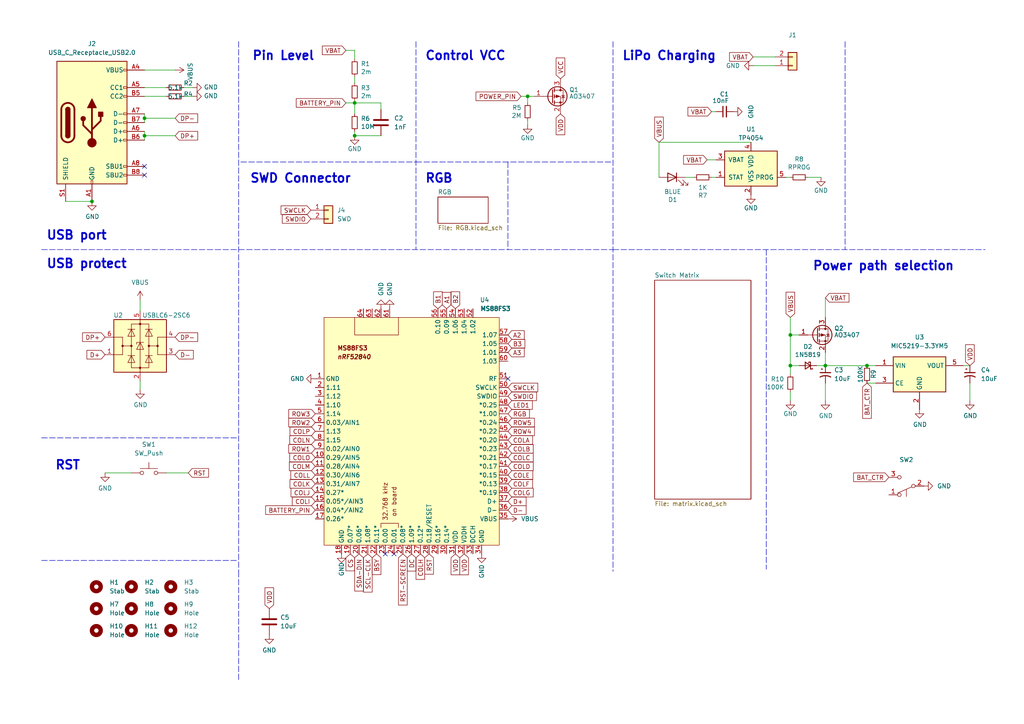
<source format=kicad_sch>
(kicad_sch (version 20211123) (generator eeschema)
  (paper "A4")
  (lib_symbols
    (symbol "Battery_Management:MCP73831-3-OT" (pin_names (offset 1.016))
      (property "Reference" "U" (at -7.62 6.35 0))
      (property "Value" "MCP73831-3-OT" (at 1.27 6.35 0))
      (symbol "MCP73831-3-OT_0_1"
        (rectangle (start -7.62 5.08) (end 7.62 -5.08) (stroke (width 0.254)) (fill (type background)))
      )
      (symbol "MCP73831-3-OT_1_1"
        (pin output line (at 10.16 -2.54 180) (length 2.54) (name "STAT") (number "1"))
        (pin power_in line (at 0 -7.62 90) (length 2.54) (name "VSS") (number "2"))
        (pin power_out line (at 10.16 2.54 180) (length 2.54) (name "VBAT") (number "3"))
        (pin power_in line (at 0 7.62 270) (length 2.54) (name "VDD") (number "4"))
        (pin input line (at -10.16 -2.54 0) (length 2.54) (name "PROG") (number "5"))
      )
    )
    (symbol "Connector:USB_C_Receptacle_USB2.0" (pin_names (offset 1.016))
      (property "Reference" "J" (at -10.16 19.05 0))
      (property "Value" "USB_C_Receptacle_USB2.0" (at 19.05 19.05 0))
      (symbol "USB_C_Receptacle_USB2.0_0_0"
        (rectangle (start -0.254 -17.78) (end 0.254 -16.764))
        (rectangle (start 10.16 -14.986) (end 9.144 -15.494))
        (rectangle (start 10.16 -12.446) (end 9.144 -12.954))
        (rectangle (start 10.16 -4.826) (end 9.144 -5.334))
        (rectangle (start 10.16 -2.286) (end 9.144 -2.794))
        (rectangle (start 10.16 0.254) (end 9.144 -0.254))
        (rectangle (start 10.16 2.794) (end 9.144 2.286))
        (rectangle (start 10.16 7.874) (end 9.144 7.366))
        (rectangle (start 10.16 10.414) (end 9.144 9.906))
        (rectangle (start 10.16 15.494) (end 9.144 14.986))
      )
      (symbol "USB_C_Receptacle_USB2.0_0_1"
        (rectangle (start -10.16 17.78) (end 10.16 -17.78) (stroke (width 0.254)) (fill (type background)))
        (arc (start -8.89 -3.81) (mid -6.985 -5.715) (end -5.08 -3.81) (stroke (width 0.508)))
        (arc (start -7.62 -3.81) (mid -6.985 -4.445) (end -6.35 -3.81) (stroke (width 0.254)))
        (arc (start -7.62 -3.81) (mid -6.985 -4.445) (end -6.35 -3.81) (stroke (width 0.254)) (fill (type outline)))
        (rectangle (start -7.62 -3.81) (end -6.35 3.81) (stroke (width 0.254)) (fill (type outline)))
        (arc (start -6.35 3.81) (mid -6.985 4.445) (end -7.62 3.81) (stroke (width 0.254)))
        (arc (start -6.35 3.81) (mid -6.985 4.445) (end -7.62 3.81) (stroke (width 0.254)) (fill (type outline)))
        (arc (start -5.08 3.81) (mid -6.985 5.715) (end -8.89 3.81) (stroke (width 0.508)))
        (circle (center -2.54 1.143) (radius 0.635) (stroke (width 0.254)) (fill (type outline)))
        (circle (center 0 -5.842) (radius 1.27) (fill (type outline)))
        (polyline (pts (xy -8.89 -3.81) (xy -8.89 3.81)) (stroke (width 0.508)))
        (polyline (pts (xy -5.08 3.81) (xy -5.08 -3.81)) (stroke (width 0.508)))
        (polyline (pts (xy 0 -5.842) (xy 0 4.318)) (stroke (width 0.508)))
        (polyline (pts (xy 0 -3.302) (xy -2.54 -0.762) (xy -2.54 0.508)) (stroke (width 0.508)))
        (polyline (pts (xy 0 -2.032) (xy 2.54 0.508) (xy 2.54 1.778)) (stroke (width 0.508)))
        (polyline (pts (xy -1.27 4.318) (xy 0 6.858) (xy 1.27 4.318) (xy -1.27 4.318)) (stroke (width 0.254)) (fill (type outline)))
        (rectangle (start 1.905 1.778) (end 3.175 3.048) (stroke (width 0.254)) (fill (type outline)))
      )
      (symbol "USB_C_Receptacle_USB2.0_1_1"
        (pin passive line (at 0 -22.86 90) (length 5.08) (name "GND") (number "A1"))
        (pin passive line (at 0 -22.86 90) (length 5.08) hide (name "GND") (number "A12"))
        (pin passive line (at 15.24 15.24 180) (length 5.08) (name "VBUS") (number "A4"))
        (pin bidirectional line (at 15.24 10.16 180) (length 5.08) (name "CC1") (number "A5"))
        (pin bidirectional line (at 15.24 -2.54 180) (length 5.08) (name "D+") (number "A6"))
        (pin bidirectional line (at 15.24 2.54 180) (length 5.08) (name "D-") (number "A7"))
        (pin bidirectional line (at 15.24 -12.7 180) (length 5.08) (name "SBU1") (number "A8"))
        (pin passive line (at 15.24 15.24 180) (length 5.08) hide (name "VBUS") (number "A9"))
        (pin passive line (at 0 -22.86 90) (length 5.08) hide (name "GND") (number "B1"))
        (pin passive line (at 0 -22.86 90) (length 5.08) hide (name "GND") (number "B12"))
        (pin passive line (at 15.24 15.24 180) (length 5.08) hide (name "VBUS") (number "B4"))
        (pin bidirectional line (at 15.24 7.62 180) (length 5.08) (name "CC2") (number "B5"))
        (pin bidirectional line (at 15.24 -5.08 180) (length 5.08) (name "D+") (number "B6"))
        (pin bidirectional line (at 15.24 0 180) (length 5.08) (name "D-") (number "B7"))
        (pin bidirectional line (at 15.24 -15.24 180) (length 5.08) (name "SBU2") (number "B8"))
        (pin passive line (at 15.24 15.24 180) (length 5.08) hide (name "VBUS") (number "B9"))
        (pin passive line (at -7.62 -22.86 90) (length 5.08) (name "SHIELD") (number "S1"))
      )
    )
    (symbol "Connector_Generic:Conn_01x02" (pin_names (offset 1.016) hide)
      (property "Reference" "J" (at 0 2.54 0))
      (property "Value" "Conn_01x02" (at 0 -5.08 0))
      (symbol "Conn_01x02_1_1"
        (rectangle (start -1.27 -2.413) (end 0 -2.667) (stroke (width 0.1524)))
        (rectangle (start -1.27 0.127) (end 0 -0.127) (stroke (width 0.1524)))
        (rectangle (start -1.27 1.27) (end 1.27 -3.81) (stroke (width 0.254)) (fill (type background)))
        (pin passive line (at -5.08 0 0) (length 3.81) (name "Pin_1") (number "1"))
        (pin passive line (at -5.08 -2.54 0) (length 3.81) (name "Pin_2") (number "2"))
      )
    )
    (symbol "Device:C" (pin_numbers hide) (pin_names (offset 0.254))
      (property "Reference" "C" (at 0.635 2.54 0))
      (property "Value" "C" (at 0.635 -2.54 0))
      (symbol "C_0_1"
        (polyline (pts (xy -2.032 -0.762) (xy 2.032 -0.762)) (stroke (width 0.508)))
        (polyline (pts (xy -2.032 0.762) (xy 2.032 0.762)) (stroke (width 0.508)))
      )
      (symbol "C_1_1"
        (pin passive line (at 0 3.81 270) (length 2.794) (name "~") (number "1"))
        (pin passive line (at 0 -3.81 90) (length 2.794) (name "~") (number "2"))
      )
    )
    (symbol "Device:C_Polarized_Small_US" (pin_numbers hide) (pin_names (offset 0.254) hide)
      (property "Reference" "C" (at 0.254 1.778 0))
      (property "Value" "C_Polarized_Small_US" (at 0.254 -2.032 0))
      (symbol "C_Polarized_Small_US_0_1"
        (polyline (pts (xy -1.524 0.508) (xy 1.524 0.508)) (stroke (width 0.3048)))
        (polyline (pts (xy -1.27 1.524) (xy -0.762 1.524)))
        (polyline (pts (xy -1.016 1.27) (xy -1.016 1.778)))
        (arc (start 1.524 -0.762) (mid 0 -0.3734) (end -1.524 -0.762) (stroke (width 0.3048)))
      )
      (symbol "C_Polarized_Small_US_1_1"
        (pin passive line (at 0 2.54 270) (length 2.032) (name "~") (number "1"))
        (pin passive line (at 0 -2.54 90) (length 2.032) (name "~") (number "2"))
      )
    )
    (symbol "Device:C_Small" (pin_numbers hide) (pin_names (offset 0.254) hide)
      (property "Reference" "C" (at 0.254 1.778 0))
      (property "Value" "C_Small" (at 0.254 -2.032 0))
      (symbol "C_Small_0_1"
        (polyline (pts (xy -1.524 -0.508) (xy 1.524 -0.508)) (stroke (width 0.3302)))
        (polyline (pts (xy -1.524 0.508) (xy 1.524 0.508)) (stroke (width 0.3048)))
      )
      (symbol "C_Small_1_1"
        (pin passive line (at 0 2.54 270) (length 2.032) (name "~") (number "1"))
        (pin passive line (at 0 -2.54 90) (length 2.032) (name "~") (number "2"))
      )
    )
    (symbol "Device:D_Schottky_Small" (pin_numbers hide) (pin_names (offset 0.254) hide)
      (property "Reference" "D" (at -1.27 2.032 0))
      (property "Value" "D_Schottky_Small" (at -7.112 -2.032 0))
      (symbol "D_Schottky_Small_0_1"
        (polyline (pts (xy -0.762 0) (xy 0.762 0)))
        (polyline (pts (xy 0.762 -1.016) (xy -0.762 0) (xy 0.762 1.016) (xy 0.762 -1.016)) (stroke (width 0.254)))
        (polyline (pts (xy -1.27 0.762) (xy -1.27 1.016) (xy -0.762 1.016) (xy -0.762 -1.016) (xy -0.254 -1.016) (xy -0.254 -0.762)) (stroke (width 0.254)))
      )
      (symbol "D_Schottky_Small_1_1"
        (pin passive line (at -2.54 0 0) (length 1.778) (name "K") (number "1"))
        (pin passive line (at 2.54 0 180) (length 1.778) (name "A") (number "2"))
      )
    )
    (symbol "Device:LED" (pin_numbers hide) (pin_names (offset 1.016) hide)
      (property "Reference" "D" (at 0 2.54 0))
      (property "Value" "LED" (at 0 -2.54 0))
      (symbol "LED_0_1"
        (polyline (pts (xy -1.27 -1.27) (xy -1.27 1.27)) (stroke (width 0.254)))
        (polyline (pts (xy -1.27 0) (xy 1.27 0)))
        (polyline (pts (xy 1.27 -1.27) (xy 1.27 1.27) (xy -1.27 0) (xy 1.27 -1.27)) (stroke (width 0.254)))
        (polyline (pts (xy -3.048 -0.762) (xy -4.572 -2.286) (xy -3.81 -2.286) (xy -4.572 -2.286) (xy -4.572 -1.524)))
        (polyline (pts (xy -1.778 -0.762) (xy -3.302 -2.286) (xy -2.54 -2.286) (xy -3.302 -2.286) (xy -3.302 -1.524)))
      )
      (symbol "LED_1_1"
        (pin passive line (at -3.81 0 0) (length 2.54) (name "K") (number "1"))
        (pin passive line (at 3.81 0 180) (length 2.54) (name "A") (number "2"))
      )
    )
    (symbol "Device:Q_PMOS_GSD" (pin_names (offset 0) hide)
      (property "Reference" "Q" (at 5.08 1.27 0))
      (property "Value" "Q_PMOS_GSD" (at 5.08 -1.27 0))
      (symbol "Q_PMOS_GSD_0_1"
        (polyline (pts (xy 0.254 0) (xy -2.54 0)))
        (polyline (pts (xy 0.254 1.905) (xy 0.254 -1.905)) (stroke (width 0.254)))
        (polyline (pts (xy 0.762 -1.27) (xy 0.762 -2.286)) (stroke (width 0.254)))
        (polyline (pts (xy 0.762 0.508) (xy 0.762 -0.508)) (stroke (width 0.254)))
        (polyline (pts (xy 0.762 2.286) (xy 0.762 1.27)) (stroke (width 0.254)))
        (polyline (pts (xy 2.54 2.54) (xy 2.54 1.778)))
        (polyline (pts (xy 2.54 -2.54) (xy 2.54 0) (xy 0.762 0)))
        (polyline (pts (xy 0.762 1.778) (xy 3.302 1.778) (xy 3.302 -1.778) (xy 0.762 -1.778)))
        (polyline (pts (xy 2.286 0) (xy 1.27 0.381) (xy 1.27 -0.381) (xy 2.286 0)) (fill (type outline)))
        (polyline (pts (xy 2.794 -0.508) (xy 2.921 -0.381) (xy 3.683 -0.381) (xy 3.81 -0.254)))
        (polyline (pts (xy 3.302 -0.381) (xy 2.921 0.254) (xy 3.683 0.254) (xy 3.302 -0.381)))
        (circle (center 1.651 0) (radius 2.794) (stroke (width 0.254)))
        (circle (center 2.54 -1.778) (radius 0.254) (fill (type outline)))
        (circle (center 2.54 1.778) (radius 0.254) (fill (type outline)))
      )
      (symbol "Q_PMOS_GSD_1_1"
        (pin input line (at -5.08 0 0) (length 2.54) (name "G") (number "1"))
        (pin passive line (at 2.54 -5.08 90) (length 2.54) (name "S") (number "2"))
        (pin passive line (at 2.54 5.08 270) (length 2.54) (name "D") (number "3"))
      )
    )
    (symbol "Device:R_Small" (pin_numbers hide) (pin_names (offset 0.254) hide)
      (property "Reference" "R" (at 0.762 0.508 0))
      (property "Value" "R_Small" (at 0.762 -1.016 0))
      (symbol "R_Small_0_1"
        (rectangle (start -0.762 1.778) (end 0.762 -1.778) (stroke (width 0.2032)))
      )
      (symbol "R_Small_1_1"
        (pin passive line (at 0 2.54 270) (length 0.762) (name "~") (number "1"))
        (pin passive line (at 0 -2.54 90) (length 0.762) (name "~") (number "2"))
      )
    )
    (symbol "Mechanical:MountingHole" (pin_names (offset 1.016))
      (property "Reference" "H" (at 0 5.08 0))
      (property "Value" "MountingHole" (at 0 3.175 0))
      (symbol "MountingHole_0_1"
        (circle (center 0 0) (radius 1.27) (stroke (width 1.27)))
      )
    )
    (symbol "Power_Protection:USBLC6-2SC6" (pin_names hide)
      (property "Reference" "U" (at 2.54 8.89 0))
      (property "Value" "USBLC6-2SC6" (at 2.54 -8.89 0))
      (symbol "USBLC6-2SC6_0_1"
        (rectangle (start -7.62 -7.62) (end 7.62 7.62) (stroke (width 0.254)) (fill (type background)))
        (circle (center -5.08 0) (radius 0.254) (fill (type outline)))
        (circle (center -2.54 0) (radius 0.254) (fill (type outline)))
        (rectangle (start -2.54 6.35) (end 2.54 -6.35))
        (circle (center 0 -6.35) (radius 0.254) (fill (type outline)))
        (polyline (pts (xy -5.08 -2.54) (xy -7.62 -2.54)))
        (polyline (pts (xy -5.08 0) (xy -5.08 -2.54)))
        (polyline (pts (xy -5.08 2.54) (xy -7.62 2.54)))
        (polyline (pts (xy -1.524 -2.794) (xy -3.556 -2.794)))
        (polyline (pts (xy -1.524 4.826) (xy -3.556 4.826)))
        (polyline (pts (xy 0 -7.62) (xy 0 -6.35)))
        (polyline (pts (xy 0 -6.35) (xy 0 1.27)))
        (polyline (pts (xy 0 1.27) (xy 0 6.35)))
        (polyline (pts (xy 0 6.35) (xy 0 7.62)))
        (polyline (pts (xy 1.524 -2.794) (xy 3.556 -2.794)))
        (polyline (pts (xy 1.524 4.826) (xy 3.556 4.826)))
        (polyline (pts (xy 5.08 -2.54) (xy 7.62 -2.54)))
        (polyline (pts (xy 5.08 0) (xy 5.08 -2.54)))
        (polyline (pts (xy 5.08 2.54) (xy 7.62 2.54)))
        (polyline (pts (xy -2.54 0) (xy -5.08 0) (xy -5.08 2.54)))
        (polyline (pts (xy 2.54 0) (xy 5.08 0) (xy 5.08 2.54)))
        (polyline (pts (xy -3.556 -4.826) (xy -1.524 -4.826) (xy -2.54 -2.794) (xy -3.556 -4.826)))
        (polyline (pts (xy -3.556 2.794) (xy -1.524 2.794) (xy -2.54 4.826) (xy -3.556 2.794)))
        (polyline (pts (xy -1.016 -1.016) (xy 1.016 -1.016) (xy 0 1.016) (xy -1.016 -1.016)))
        (polyline (pts (xy 1.016 1.016) (xy 0.762 1.016) (xy -1.016 1.016) (xy -1.016 0.508)))
        (polyline (pts (xy 3.556 -4.826) (xy 1.524 -4.826) (xy 2.54 -2.794) (xy 3.556 -4.826)))
        (polyline (pts (xy 3.556 2.794) (xy 1.524 2.794) (xy 2.54 4.826) (xy 3.556 2.794)))
        (circle (center 0 6.35) (radius 0.254) (fill (type outline)))
        (circle (center 2.54 0) (radius 0.254) (fill (type outline)))
        (circle (center 5.08 0) (radius 0.254) (fill (type outline)))
      )
      (symbol "USBLC6-2SC6_1_1"
        (pin passive line (at -10.16 -2.54 0) (length 2.54) (name "I/O1") (number "1"))
        (pin passive line (at 0 -10.16 90) (length 2.54) (name "GND") (number "2"))
        (pin passive line (at 10.16 -2.54 180) (length 2.54) (name "I/O2") (number "3"))
        (pin passive line (at 10.16 2.54 180) (length 2.54) (name "I/O2") (number "4"))
        (pin passive line (at 0 10.16 270) (length 2.54) (name "VBUS") (number "5"))
        (pin passive line (at -10.16 2.54 0) (length 2.54) (name "I/O1") (number "6"))
      )
    )
    (symbol "Regulator_Linear:XC6220B331MR"
      (property "Reference" "U" (at 0 8.89 0))
      (property "Value" "XC6220B331MR" (at 0 6.35 0))
      (symbol "XC6220B331MR_0_1"
        (rectangle (start -7.62 5.08) (end 7.62 -5.08) (stroke (width 0.254)) (fill (type background)))
      )
      (symbol "XC6220B331MR_1_1"
        (pin power_in line (at -12.7 2.54 0) (length 5.08) (name "VIN") (number "1"))
        (pin power_in line (at 0 -10.16 90) (length 5.08) (name "GND") (number "2"))
        (pin input line (at -12.7 -2.54 0) (length 5.08) (name "CE") (number "3"))
        (pin no_connect line (at 7.62 -2.54 180) (length 5.08) hide (name "NC") (number "4"))
        (pin power_out line (at 12.7 2.54 180) (length 5.08) (name "VOUT") (number "5"))
      )
    )
    (symbol "Switch:SW_Push" (pin_numbers hide) (pin_names (offset 1.016) hide)
      (property "Reference" "SW" (at 1.27 2.54 0))
      (property "Value" "SW_Push" (at 0 -1.524 0))
      (symbol "SW_Push_0_1"
        (circle (center -2.032 0) (radius 0.508))
        (polyline (pts (xy 0 1.27) (xy 0 3.048)))
        (polyline (pts (xy 2.54 1.27) (xy -2.54 1.27)))
        (circle (center 2.032 0) (radius 0.508))
        (pin passive line (at -5.08 0 0) (length 2.54) (name "1") (number "1"))
        (pin passive line (at 5.08 0 180) (length 2.54) (name "2") (number "2"))
      )
    )
    (symbol "Switch:SW_Push_SPDT" (pin_names (offset 0) hide)
      (property "Reference" "SW" (at 0 4.318 0))
      (property "Value" "SW_Push_SPDT" (at 0 -5.08 0))
      (symbol "SW_Push_SPDT_0_0"
        (circle (center -2.032 0) (radius 0.508))
        (polyline (pts (xy 0 1.016) (xy 0 3.048)))
        (circle (center 2.032 -2.54) (radius 0.508))
      )
      (symbol "SW_Push_SPDT_0_1"
        (polyline (pts (xy -1.524 0.254) (xy 2.54 2.032)))
        (circle (center 2.032 2.54) (radius 0.508))
      )
      (symbol "SW_Push_SPDT_1_1"
        (pin passive line (at 5.08 2.54 180) (length 2.54) (name "A") (number "1"))
        (pin passive line (at -5.08 0 0) (length 2.54) (name "B") (number "2"))
        (pin passive line (at 5.08 -2.54 180) (length 2.54) (name "C") (number "3"))
      )
    )
    (symbol "keeb_parts:R_Small" (pin_numbers hide) (pin_names (offset 0.254) hide)
      (property "Reference" "R" (at 0.762 0.508 0))
      (property "Value" "keeb_parts_R_Small" (at 0.762 -1.016 0))
      (symbol "R_Small_0_1"
        (rectangle (start -0.762 1.778) (end 0.762 -1.778) (stroke (width 0.2032)))
      )
      (symbol "R_Small_1_1"
        (pin passive line (at 0 2.54 270) (length 0.762) (name "~") (number "1"))
        (pin passive line (at 0 -2.54 90) (length 0.762) (name "~") (number "2"))
      )
    )
    (symbol "keeb_power:GND" (power) (pin_names (offset 0))
      (property "Value" "keeb_power_GND" (at 0 -3.81 0))
      (symbol "GND_0_1"
        (polyline (pts (xy 0 0) (xy 0 -1.27) (xy 1.27 -1.27) (xy 0 -2.54) (xy -1.27 -1.27) (xy 0 -1.27)))
      )
      (symbol "GND_1_1"
        (pin power_in line (at 0 0 270) (length 0) hide (name "GND") (number "1"))
      )
    )
    (symbol "keeb_power:VBUS" (power) (pin_names (offset 0))
      (property "Value" "keeb_power_VBUS" (at 0 3.81 0))
      (symbol "VBUS_0_1"
        (polyline (pts (xy -0.762 1.27) (xy 0 2.54)))
        (polyline (pts (xy 0 0) (xy 0 2.54)))
        (polyline (pts (xy 0 2.54) (xy 0.762 1.27)))
      )
      (symbol "VBUS_1_1"
        (pin power_in line (at 0 0 90) (length 0) hide (name "VBUS") (number "1"))
      )
    )
    (symbol "kien242:MS88FS3"
      (property "Reference" "U" (at 0 0 0))
      (property "Value" "MS88FS3" (at 0 2.54 0))
      (symbol "MS88FS3_0_0"
        (polyline (pts (xy -16.51 33.02) (xy -16.51 27.94) (xy -3.81 27.94) (xy -3.81 33.02)))
        (polyline (pts (xy -8.89 -27.94) (xy -8.89 -26.67) (xy -3.81 -26.67) (xy -3.81 -27.94)))
        (text "32.768 kHz" (at -7.62 -20.32 900) (effects (font (size 1.27 1.27))))
        (text "MS88FS3" (at -21.59 24.13 0) (effects (font (size 1.27 1.27) bold) (justify left)))
        (text "nRF52840" (at -21.59 21.59 0) (effects (font (size 1.27 1.27) bold italic) (justify left)))
        (text "on board" (at -5.08 -20.32 900) (effects (font (size 1.27 1.27))))
      )
      (symbol "MS88FS3_0_1"
        (rectangle (start -25.4 33.02) (end 25.4 -33.02) (fill (type background)))
      )
      (symbol "MS88FS3_1_1"
        (pin input line (at -27.94 15.24 0) (length 2.54) (name "GND") (number "1"))
        (pin input line (at -27.94 -7.62 0) (length 2.54) (name "0.29/AIN5") (number "10"))
        (pin input line (at -27.94 -10.16 0) (length 2.54) (name "0.28/AIN4") (number "11"))
        (pin input line (at -27.94 -12.7 0) (length 2.54) (name "0.30/AIN6") (number "12"))
        (pin input line (at -27.94 -15.24 0) (length 2.54) (name "0.31/AIN7") (number "13"))
        (pin input line (at -27.94 -17.78 0) (length 2.54) (name "0.27*") (number "14"))
        (pin input line (at -27.94 -20.32 0) (length 2.54) (name "0.05*/AIN3") (number "15"))
        (pin input line (at -27.94 -22.86 0) (length 2.54) (name "0.04*/AIN2") (number "16"))
        (pin input line (at -27.94 -25.4 0) (length 2.54) (name "0.26*") (number "17"))
        (pin input line (at -20.32 -35.56 90) (length 2.54) (name "GND") (number "18"))
        (pin input line (at -17.78 -35.56 90) (length 2.54) (name "0.07*") (number "19"))
        (pin input line (at -27.94 12.7 0) (length 2.54) (name "1.11") (number "2"))
        (pin input line (at -15.24 -35.56 90) (length 2.54) (name "0.06*") (number "20"))
        (pin input line (at -12.7 -35.56 90) (length 2.54) (name "1.08*") (number "21"))
        (pin input line (at -10.16 -35.56 90) (length 2.54) (name "0.11*") (number "22"))
        (pin input line (at -7.62 -35.56 90) (length 2.54) (name "0.00") (number "23"))
        (pin input line (at -5.08 -35.56 90) (length 2.54) (name "0.01") (number "24"))
        (pin input line (at -2.54 -35.56 90) (length 2.54) (name "0.08*") (number "25"))
        (pin input line (at 0 -35.56 90) (length 2.54) (name "1.09*") (number "26"))
        (pin input line (at 2.54 -35.56 90) (length 2.54) (name "0.12*") (number "27"))
        (pin input line (at 5.08 -35.56 90) (length 2.54) (name "0.18/RESET") (number "28"))
        (pin input line (at 7.62 -35.56 90) (length 2.54) (name "0.16*") (number "29"))
        (pin input line (at -27.94 10.16 0) (length 2.54) (name "1.12") (number "3"))
        (pin input line (at 10.16 -35.56 90) (length 2.54) (name "0.14*") (number "30"))
        (pin input line (at 12.7 -35.56 90) (length 2.54) (name "VDD") (number "31"))
        (pin input line (at 15.24 -35.56 90) (length 2.54) (name "VDDH") (number "32"))
        (pin input line (at 17.78 -35.56 90) (length 2.54) (name "DCCH") (number "33"))
        (pin input line (at 20.32 -35.56 90) (length 2.54) (name "GND") (number "34"))
        (pin input line (at 27.94 -25.4 180) (length 2.54) (name "VBUS") (number "35"))
        (pin input line (at 27.94 -22.86 180) (length 2.54) (name "D-") (number "36"))
        (pin input line (at 27.94 -20.32 180) (length 2.54) (name "D+") (number "37"))
        (pin input line (at 27.94 -17.78 180) (length 2.54) (name "*0.19") (number "38"))
        (pin input line (at 27.94 -15.24 180) (length 2.54) (name "*0.13") (number "39"))
        (pin input line (at -27.94 7.62 0) (length 2.54) (name "1.10") (number "4"))
        (pin input line (at 27.94 -12.7 180) (length 2.54) (name "*0.15") (number "40"))
        (pin input line (at 27.94 -10.16 180) (length 2.54) (name "*0.17") (number "41"))
        (pin input line (at 27.94 -7.62 180) (length 2.54) (name "*0.21") (number "42"))
        (pin input line (at 27.94 -5.08 180) (length 2.54) (name "*0.23") (number "43"))
        (pin input line (at 27.94 -2.54 180) (length 2.54) (name "*0.20") (number "44"))
        (pin input line (at 27.94 0 180) (length 2.54) (name "*0.22") (number "45"))
        (pin input line (at 27.94 2.54 180) (length 2.54) (name "*0.24") (number "46"))
        (pin input line (at 27.94 5.08 180) (length 2.54) (name "*1.00") (number "47"))
        (pin input line (at 27.94 7.62 180) (length 2.54) (name "*0.25") (number "48"))
        (pin input line (at 27.94 10.16 180) (length 2.54) (name "SWDIO") (number "49"))
        (pin input line (at -27.94 5.08 0) (length 2.54) (name "1.14") (number "5"))
        (pin input line (at 27.94 12.7 180) (length 2.54) (name "SWCLK") (number "50"))
        (pin input line (at 27.94 15.24 180) (length 2.54) (name "RF") (number "51"))
        (pin input line (at 17.78 35.56 270) (length 2.54) (name "1.02") (number "52"))
        (pin input line (at 15.24 35.56 270) (length 2.54) (name "1.04") (number "53"))
        (pin input line (at 12.7 35.56 270) (length 2.54) (name "1.06") (number "54"))
        (pin input line (at 10.16 35.56 270) (length 2.54) (name "0.09") (number "55"))
        (pin input line (at 7.62 35.56 270) (length 2.54) (name "0.10") (number "56"))
        (pin input line (at 27.94 27.94 180) (length 2.54) (name "1.07") (number "57"))
        (pin input line (at 27.94 25.4 180) (length 2.54) (name "1.05") (number "58"))
        (pin input line (at 27.94 22.86 180) (length 2.54) (name "1.01") (number "59"))
        (pin input line (at -27.94 2.54 0) (length 2.54) (name "0.03/AIN1") (number "6"))
        (pin input line (at 27.94 20.32 180) (length 2.54) (name "1.03") (number "60"))
        (pin input line (at -6.35 35.56 270) (length 2.54) (name "") (number "61"))
        (pin input line (at -8.89 35.56 270) (length 2.54) (name "") (number "62"))
        (pin input line (at -11.43 35.56 270) (length 2.54) (name "") (number "63"))
        (pin input line (at -13.97 35.56 270) (length 2.54) (name "") (number "64"))
        (pin input line (at -27.94 0 0) (length 2.54) (name "1.13") (number "7"))
        (pin input line (at -27.94 -2.54 0) (length 2.54) (name "1.15") (number "8"))
        (pin input line (at -27.94 -5.08 0) (length 2.54) (name "0.02/AIN0") (number "9"))
      )
    )
    (symbol "power:GND" (power) (pin_names (offset 0))
      (property "Value" "GND" (at 0 -3.81 0))
      (symbol "GND_0_1"
        (polyline (pts (xy 0 0) (xy 0 -1.27) (xy 1.27 -1.27) (xy 0 -2.54) (xy -1.27 -1.27) (xy 0 -1.27)))
      )
      (symbol "GND_1_1"
        (pin power_in line (at 0 0 270) (length 0) hide (name "GND") (number "1"))
      )
    )
    (symbol "power:VBUS" (power) (pin_names (offset 0))
      (property "Value" "VBUS" (at 0 3.81 0))
      (symbol "VBUS_0_1"
        (polyline (pts (xy -0.762 1.27) (xy 0 2.54)))
        (polyline (pts (xy 0 0) (xy 0 2.54)))
        (polyline (pts (xy 0 2.54) (xy 0.762 1.27)))
      )
      (symbol "VBUS_1_1"
        (pin power_in line (at 0 0 90) (length 0) hide (name "VBUS") (number "1"))
      )
    )
  )
  (junction (at 251.46 106.045))
  (junction (at 26.67 58.42))
  (junction (at 102.87 29.845) (diameter 0.9144))
  (junction (at 41.91 39.37))
  (junction (at 239.395 106.045) (diameter 0.9144))
  (junction (at 102.87 39.37))
  (junction (at 229.235 97.155) (diameter 0.9144))
  (junction (at 41.91 34.29))
  (junction (at 153.035 27.94) (diameter 0.9144))
  (junction (at 229.235 106.045) (diameter 0.9144))
  (no_connect (at 114.3 160.655))
  (no_connect (at 111.76 160.655))
  (no_connect (at 41.91 48.26))
  (no_connect (at 41.91 50.8))
  (no_connect (at 147.32 109.855))
  (wire (pts (xy 53.34 25.4) (xy 55.88 25.4)))
  (wire (pts (xy 153.035 29.845) (xy 153.035 27.94)))
  (wire (pts (xy 102.87 39.37) (xy 102.87 38.1)))
  (wire (pts (xy 229.235 92.075) (xy 229.235 97.155)))
  (wire (pts (xy 30.48 137.16) (xy 38.1 137.16)))
  (wire (pts (xy 50.8 20.32) (xy 41.91 20.32)))
  (wire (pts (xy 110.49 31.75) (xy 110.49 29.845)))
  (wire (pts (xy 41.91 33.02) (xy 41.91 34.29)))
  (wire (pts (xy 19.05 58.42) (xy 26.67 58.42)))
  (wire (pts (xy 227.965 51.435) (xy 229.235 51.435)))
  (polyline (pts (xy 120.65 12.065) (xy 120.65 72.39)))
  (wire (pts (xy 279.4 106.045) (xy 281.305 106.045)))
  (wire (pts (xy 239.395 102.235) (xy 239.395 106.045)))
  (wire (pts (xy 102.87 39.37) (xy 110.49 39.37)))
  (wire (pts (xy 54.61 137.16) (xy 48.26 137.16)))
  (polyline (pts (xy 12.065 162.56) (xy 68.58 162.56)))
  (polyline (pts (xy 177.8 72.39) (xy 285.75 72.39)))
  (polyline (pts (xy 222.25 72.39) (xy 222.25 165.1)))
  (wire (pts (xy 153.035 36.195) (xy 153.035 34.925)))
  (polyline (pts (xy 69.215 165.735) (xy 69.215 197.485)))
  (wire (pts (xy 41.91 39.37) (xy 41.91 40.64)))
  (wire (pts (xy 251.46 111.125) (xy 254 111.125)))
  (wire (pts (xy 229.235 108.585) (xy 229.235 106.045)))
  (wire (pts (xy 251.46 106.045) (xy 254 106.045)))
  (wire (pts (xy 50.8 34.29) (xy 41.91 34.29)))
  (wire (pts (xy 153.035 27.94) (xy 154.94 27.94)))
  (wire (pts (xy 40.64 113.03) (xy 40.64 110.49)))
  (wire (pts (xy 229.235 106.045) (xy 231.775 106.045)))
  (wire (pts (xy 205.105 46.355) (xy 207.645 46.355)))
  (polyline (pts (xy 245.11 12.065) (xy 245.11 72.39)))
  (wire (pts (xy 206.375 32.385) (xy 207.645 32.385)))
  (wire (pts (xy 110.49 29.845) (xy 102.87 29.845)))
  (wire (pts (xy 191.135 41.275) (xy 191.135 51.435)))
  (wire (pts (xy 229.235 106.045) (xy 229.235 97.155)))
  (polyline (pts (xy 69.215 12.065) (xy 69.215 165.735)))
  (wire (pts (xy 239.395 86.36) (xy 239.395 92.075)))
  (wire (pts (xy 102.87 29.845) (xy 102.87 33.02)))
  (polyline (pts (xy 12.065 72.39) (xy 69.215 72.39)))
  (wire (pts (xy 151.13 27.94) (xy 153.035 27.94)))
  (wire (pts (xy 234.315 51.435) (xy 238.125 51.435)))
  (wire (pts (xy 229.235 116.205) (xy 229.235 113.665)))
  (wire (pts (xy 100.33 29.845) (xy 102.87 29.845)))
  (wire (pts (xy 40.64 86.995) (xy 40.64 90.17)))
  (wire (pts (xy 41.91 39.37) (xy 50.8 39.37)))
  (wire (pts (xy 41.91 38.1) (xy 41.91 39.37)))
  (wire (pts (xy 102.87 29.21) (xy 102.87 29.845)))
  (polyline (pts (xy 69.215 72.39) (xy 177.8 72.39)))
  (polyline (pts (xy 69.85 46.99) (xy 120.65 46.99)))
  (wire (pts (xy 236.855 106.045) (xy 239.395 106.045)))
  (polyline (pts (xy 147.32 46.99) (xy 147.32 72.39)))
  (wire (pts (xy 218.44 16.51) (xy 224.79 16.51)))
  (wire (pts (xy 198.755 51.435) (xy 201.295 51.435)))
  (wire (pts (xy 239.395 116.205) (xy 239.395 111.125)))
  (wire (pts (xy 41.91 34.29) (xy 41.91 35.56)))
  (wire (pts (xy 100.33 14.605) (xy 102.87 14.605)))
  (polyline (pts (xy 120.65 46.99) (xy 177.8 46.99)))
  (wire (pts (xy 239.395 106.045) (xy 251.46 106.045)))
  (wire (pts (xy 229.235 97.155) (xy 231.775 97.155)))
  (polyline (pts (xy 12.065 127) (xy 69.215 127)))
  (wire (pts (xy 41.91 27.94) (xy 48.26 27.94)))
  (wire (pts (xy 218.44 19.05) (xy 224.79 19.05)))
  (polyline (pts (xy 177.8 12.065) (xy 177.8 165.735)))
  (wire (pts (xy 281.305 116.205) (xy 281.305 111.125)))
  (wire (pts (xy 102.87 22.225) (xy 102.87 24.13)))
  (wire (pts (xy 41.91 25.4) (xy 48.26 25.4)))
  (wire (pts (xy 102.87 14.605) (xy 102.87 17.145)))
  (wire (pts (xy 191.135 41.275) (xy 217.805 41.275)))
  (wire (pts (xy 55.88 27.94) (xy 53.34 27.94)))
  (wire (pts (xy 206.375 51.435) (xy 207.645 51.435)))
  (text "Power path selection" (at 235.585 78.74 0) (effects (font (size 2.54 2.54) (thickness 0.508) bold) (justify left bottom)))
  (text "USB protect\n" (at 13.335 78.105 0) (effects (font (size 2.54 2.54) (thickness 0.508) bold) (justify left bottom)))
  (text "LiPo Charging\n" (at 180.34 17.78 0) (effects (font (size 2.54 2.54) (thickness 0.508) bold) (justify left bottom)))
  (text "RST" (at 15.875 136.525 0) (effects (font (size 2.54 2.54) (thickness 0.508) bold) (justify left bottom)))
  (text "Control VCC\n" (at 123.19 17.78 0) (effects (font (size 2.54 2.54) (thickness 0.508) bold) (justify left bottom)))
  (text "RGB" (at 123.19 53.34 0) (effects (font (size 2.54 2.54) (thickness 0.508) bold) (justify left bottom)))
  (text "USB port\n" (at 13.335 69.85 0) (effects (font (size 2.54 2.54) (thickness 0.508) bold) (justify left bottom)))
  (text "Pin Level" (at 73.025 17.78 0) (effects (font (size 2.54 2.54) (thickness 0.508) bold) (justify left bottom)))
  (text "SWD Connector" (at 72.39 53.34 0) (effects (font (size 2.54 2.54) (thickness 0.508) bold) (justify left bottom)))
  (global_label "VBUS" (shape input) (at 191.135 41.275 90) (property "Intersheet References" "${INTERSHEET_REFS}" (effects hide)))
  (global_label "BAT_CTR" (shape input) (at 251.46 111.125 270) (property "Intersheet References" "${INTERSHEET_REFS}" (effects hide)))
  (global_label "SDA-DIN" (shape input) (at 104.14 160.655 270) (property "Intersheet References" "${INTERSHEET_REFS}" (effects hide)))
  (global_label "SCL-CLK" (shape input) (at 106.68 160.655 270) (property "Intersheet References" "${INTERSHEET_REFS}" (effects hide)))
  (global_label "VDD" (shape input) (at 134.62 160.655 270) (property "Intersheet References" "${INTERSHEET_REFS}" (effects hide)))
  (global_label "VBAT" (shape input) (at 206.375 32.385 180) (property "Intersheet References" "${INTERSHEET_REFS}" (effects hide)))
  (global_label "DP-" (shape input) (at 50.8 97.79 0) (property "Intersheet References" "${INTERSHEET_REFS}" (effects hide)))
  (global_label "VDD" (shape input) (at 78.105 176.53 90) (property "Intersheet References" "${INTERSHEET_REFS}" (effects hide)))
  (global_label "VBAT" (shape input) (at 218.44 16.51 180) (property "Intersheet References" "${INTERSHEET_REFS}" (effects hide)))
  (global_label "BAT_CTR" (shape input) (at 257.81 138.43 180) (property "Intersheet References" "${INTERSHEET_REFS}" (effects hide)))
  (global_label "ROW1" (shape input) (at 91.44 130.175 180) (property "Intersheet References" "${INTERSHEET_REFS}" (effects hide)))
  (global_label "A2" (shape input) (at 147.32 97.155 0) (property "Intersheet References" "${INTERSHEET_REFS}" (effects hide)))
  (global_label "LED1" (shape input) (at 147.32 117.475 0) (property "Intersheet References" "${INTERSHEET_REFS}" (effects hide)))
  (global_label "D-" (shape input) (at 147.32 147.955 0) (property "Intersheet References" "${INTERSHEET_REFS}" (effects hide)))
  (global_label "SWDIO" (shape input) (at 90.17 63.5 180) (property "Intersheet References" "${INTERSHEET_REFS}" (effects hide)))
  (global_label "BATTERY_PIN" (shape input) (at 100.33 29.845 180) (property "Intersheet References" "${INTERSHEET_REFS}" (effects hide)))
  (global_label "D+" (shape input) (at 30.48 102.87 180) (property "Intersheet References" "${INTERSHEET_REFS}" (effects hide)))
  (global_label "COLG" (shape input) (at 147.32 142.875 0) (property "Intersheet References" "${INTERSHEET_REFS}" (effects hide)))
  (global_label "COLC" (shape input) (at 147.32 132.715 0) (property "Intersheet References" "${INTERSHEET_REFS}" (effects hide)))
  (global_label "VCC" (shape input) (at 162.56 22.86 90) (property "Intersheet References" "${INTERSHEET_REFS}" (effects hide)))
  (global_label "BATTERY_PIN" (shape input) (at 91.44 147.955 180) (property "Intersheet References" "${INTERSHEET_REFS}" (effects hide)))
  (global_label "SWCLK" (shape input) (at 90.17 60.96 180) (property "Intersheet References" "${INTERSHEET_REFS}" (effects hide)))
  (global_label "COLL" (shape input) (at 91.44 137.795 180) (property "Intersheet References" "${INTERSHEET_REFS}" (effects hide)))
  (global_label "VDD" (shape input) (at 132.08 160.655 270) (property "Intersheet References" "${INTERSHEET_REFS}" (effects hide)))
  (global_label "DP+" (shape input) (at 30.48 97.79 180) (property "Intersheet References" "${INTERSHEET_REFS}" (effects hide)))
  (global_label "COLE" (shape input) (at 147.32 137.795 0) (property "Intersheet References" "${INTERSHEET_REFS}" (effects hide)))
  (global_label "VDD" (shape input) (at 281.305 106.045 90) (property "Intersheet References" "${INTERSHEET_REFS}" (effects hide)))
  (global_label "DC" (shape input) (at 119.38 160.655 270) (property "Intersheet References" "${INTERSHEET_REFS}" (effects hide)))
  (global_label "D-" (shape input) (at 50.8 102.87 0) (property "Intersheet References" "${INTERSHEET_REFS}" (effects hide)))
  (global_label "COLF" (shape input) (at 147.32 140.335 0) (property "Intersheet References" "${INTERSHEET_REFS}" (effects hide)))
  (global_label "COLP" (shape input) (at 91.44 125.095 180) (property "Intersheet References" "${INTERSHEET_REFS}" (effects hide)))
  (global_label "COLM" (shape input) (at 91.44 135.255 180) (property "Intersheet References" "${INTERSHEET_REFS}" (effects hide)))
  (global_label "VBAT" (shape input) (at 239.395 86.36 0) (property "Intersheet References" "${INTERSHEET_REFS}" (effects hide)))
  (global_label "POWER_PIN" (shape input) (at 151.13 27.94 180) (property "Intersheet References" "${INTERSHEET_REFS}" (effects hide)))
  (global_label "COLJ" (shape input) (at 91.44 142.875 180) (property "Intersheet References" "${INTERSHEET_REFS}" (effects hide)))
  (global_label "ROW2" (shape input) (at 91.44 122.555 180) (property "Intersheet References" "${INTERSHEET_REFS}" (effects hide)))
  (global_label "RST" (shape input) (at 54.61 137.16 0) (property "Intersheet References" "${INTERSHEET_REFS}" (effects hide)))
  (global_label "VBAT" (shape input) (at 205.105 46.355 180) (property "Intersheet References" "${INTERSHEET_REFS}" (effects hide)))
  (global_label "COLA" (shape input) (at 147.32 127.635 0) (property "Intersheet References" "${INTERSHEET_REFS}" (effects hide)))
  (global_label "COLD" (shape input) (at 147.32 135.255 0) (property "Intersheet References" "${INTERSHEET_REFS}" (effects hide)))
  (global_label "VBUS" (shape input) (at 229.235 92.075 90) (property "Intersheet References" "${INTERSHEET_REFS}" (effects hide)))
  (global_label "COLN" (shape input) (at 91.44 127.635 180) (property "Intersheet References" "${INTERSHEET_REFS}" (effects hide)))
  (global_label "ROW5" (shape input) (at 147.32 122.555 0) (property "Intersheet References" "${INTERSHEET_REFS}" (effects hide)))
  (global_label "COLK" (shape input) (at 91.44 140.335 180) (property "Intersheet References" "${INTERSHEET_REFS}" (effects hide)))
  (global_label "DP-" (shape input) (at 50.8 34.29 0) (property "Intersheet References" "${INTERSHEET_REFS}" (effects hide)))
  (global_label "RST" (shape input) (at 124.46 160.655 270) (property "Intersheet References" "${INTERSHEET_REFS}" (effects hide)))
  (global_label "SWCLK" (shape input) (at 147.32 112.395 0) (property "Intersheet References" "${INTERSHEET_REFS}" (effects hide)))
  (global_label "ROW3" (shape input) (at 91.44 120.015 180) (property "Intersheet References" "${INTERSHEET_REFS}" (effects hide)))
  (global_label "DP+" (shape input) (at 50.8 39.37 0) (property "Intersheet References" "${INTERSHEET_REFS}" (effects hide)))
  (global_label "B3" (shape input) (at 147.32 99.695 0) (property "Intersheet References" "${INTERSHEET_REFS}" (effects hide)))
  (global_label "RGB" (shape input) (at 147.32 120.015 0) (property "Intersheet References" "${INTERSHEET_REFS}" (effects hide)))
  (global_label "BSY" (shape input) (at 109.22 160.655 270) (property "Intersheet References" "${INTERSHEET_REFS}" (effects hide)))
  (global_label "A3" (shape input) (at 147.32 102.235 0) (property "Intersheet References" "${INTERSHEET_REFS}" (effects hide)))
  (global_label "CS" (shape input) (at 101.6 160.655 270) (property "Intersheet References" "${INTERSHEET_REFS}" (effects hide)))
  (global_label "RST-SCREEN" (shape input) (at 116.84 160.655 270) (property "Intersheet References" "${INTERSHEET_REFS}" (effects hide)))
  (global_label "A1" (shape input) (at 129.54 89.535 90) (property "Intersheet References" "${INTERSHEET_REFS}" (effects hide)))
  (global_label "COLO" (shape input) (at 91.44 132.715 180) (property "Intersheet References" "${INTERSHEET_REFS}" (effects hide)))
  (global_label "COLB" (shape input) (at 147.32 130.175 0) (property "Intersheet References" "${INTERSHEET_REFS}" (effects hide)))
  (global_label "B2" (shape input) (at 132.08 89.535 90) (property "Intersheet References" "${INTERSHEET_REFS}" (effects hide)))
  (global_label "SWDIO" (shape input) (at 147.32 114.935 0) (property "Intersheet References" "${INTERSHEET_REFS}" (effects hide)))
  (global_label "COLI" (shape input) (at 91.44 145.415 180) (property "Intersheet References" "${INTERSHEET_REFS}" (effects hide)))
  (global_label "COLH" (shape input) (at 121.92 160.655 270) (property "Intersheet References" "${INTERSHEET_REFS}" (effects hide)))
  (global_label "VDD" (shape input) (at 162.56 33.02 270) (property "Intersheet References" "${INTERSHEET_REFS}" (effects hide)))
  (global_label "ROW4" (shape input) (at 147.32 125.095 0) (property "Intersheet References" "${INTERSHEET_REFS}" (effects hide)))
  (global_label "B1" (shape input) (at 127 89.535 90) (property "Intersheet References" "${INTERSHEET_REFS}" (effects hide)))
  (global_label "VBAT" (shape input) (at 100.33 14.605 180) (property "Intersheet References" "${INTERSHEET_REFS}" (effects hide)))
  (global_label "D+" (shape input) (at 147.32 145.415 0) (property "Intersheet References" "${INTERSHEET_REFS}" (effects hide)))
  (symbol (lib_id "Connector_Generic:Conn_01x02") (at 95.25 60.96 0) (unit 1)
    (property "Reference" "J4" (at 97.79 60.9599 0) (effects (justify left)))
    (property "Value" "SWD" (at 97.79 63.4999 0) (effects (justify left)))
    (property "Footprint" "Library:SWD_Connector" (effects hide))
  )
  (symbol (lib_id "Mechanical:MountingHole") (at 27.94 170.18 0) (unit 1)
    (property "Reference" "H1" (at 31.75 168.9099 0) (effects (justify left)))
    (property "Value" "Stab" (at 31.75 171.4499 0) (effects (justify left)))
    (property "Footprint" "kien242:Stab" (effects hide))
  )
  (symbol (lib_id "power:GND") (at 99.06 160.655 0) (unit 1)
    (property "Reference" "#PWR025" (effects hide))
    (property "Value" "GND" (at 99.06 165.1 90))
  )
  (symbol (lib_id "keeb_parts:R_Small") (at 50.8 25.4 90) (mirror x) (unit 1)
    (property "Reference" "R2" (at 54.61 24.13 90))
    (property "Value" "5.1k" (at 50.8 25.4 90))
    (property "Footprint" "Resistor_SMD:R_0603_1608Metric_Pad0.98x0.95mm_HandSolder" (effects hide))
  )
  (symbol (lib_id "Connector:USB_C_Receptacle_USB2.0") (at 26.67 35.56 0) (unit 1)
    (property "Reference" "J2" (at 26.67 12.7 0))
    (property "Value" "USB_C_Receptacle_USB2.0" (at 26.67 15.24 0))
    (property "Footprint" "kien242:USB-C-16pin-hight-v2" (effects hide))
    (property "Datasheet" "https://www.usb.org/sites/default/files/documents/usb_type-c.zip" (effects hide))
  )
  (symbol (lib_id "Device:LED") (at 194.945 51.435 0) (mirror y) (unit 1)
    (property "Reference" "D1" (at 195.1228 57.912 0))
    (property "Value" "BLUE" (at 195.1228 55.6006 0))
    (property "Footprint" "kien242:LED6028-3228-2pin" (effects hide))
    (property "LCSC Part Number" "C375446" (effects hide))
    (property "LCSC" "C375446" (effects hide))
  )
  (symbol (lib_id "Device:C_Polarized_Small_US") (at 281.305 108.585 0) (unit 1)
    (property "Reference" "C4" (at 284.48 107.3149 0) (effects (justify left)))
    (property "Value" "10uF" (at 284.48 109.8549 0) (effects (justify left)))
    (property "Footprint" "Capacitor_Tantalum_SMD:CP_EIA-3216-12_Kemet-S_Pad1.58x1.35mm_HandSolder" (effects hide))
  )
  (symbol (lib_id "keeb_parts:R_Small") (at 50.8 27.94 270) (unit 1)
    (property "Reference" "R4" (at 54.61 27.305 90))
    (property "Value" "5.1k" (at 50.8 27.94 90))
    (property "Footprint" "Resistor_SMD:R_0603_1608Metric_Pad0.98x0.95mm_HandSolder" (effects hide))
  )
  (symbol (lib_id "Mechanical:MountingHole") (at 27.94 176.53 0) (unit 1)
    (property "Reference" "H7" (at 31.75 175.2599 0) (effects (justify left)))
    (property "Value" "Hole" (at 31.75 177.7999 0) (effects (justify left)))
    (property "Footprint" "MountingHole:MountingHole_2.5mm_Pad_Via" (effects hide))
  )
  (symbol (lib_id "Mechanical:MountingHole") (at 49.53 170.18 0) (unit 1)
    (property "Reference" "H3" (at 53.34 168.9099 0) (effects (justify left)))
    (property "Value" "Stab" (at 53.34 171.4499 0) (effects (justify left)))
    (property "Footprint" "kien242:Stab" (effects hide))
  )
  (symbol (lib_id "Switch:SW_Push_SPDT") (at 262.89 140.97 180) (unit 1)
    (property "Reference" "SW2" (at 262.89 133.35 0))
    (property "Value" " " (at 262.89 135.89 0))
    (property "Footprint" "kien242:MSS22D18" (effects hide))
  )
  (symbol (lib_id "power:GND") (at 91.44 109.855 270) (unit 1)
    (property "Reference" "#PWR016" (effects hide))
    (property "Value" "GND" (at 88.265 109.8549 90) (effects (justify right)))
  )
  (symbol (lib_id "Switch:SW_Push") (at 43.18 137.16 0) (unit 1)
    (property "Reference" "SW1" (at 43.18 128.905 0))
    (property "Value" "SW_Push" (at 43.18 131.445 0))
    (property "Footprint" "Button_Switch_SMD:SW_SPST_TL3342" (effects hide))
  )
  (symbol (lib_id "keeb_power:GND") (at 40.64 113.03 0) (unit 1)
    (property "Reference" "#PWR017" (effects hide))
    (property "Value" "GND" (at 40.767 117.4242 0))
  )
  (symbol (lib_id "kien242:MS88FS3") (at 119.38 125.095 0) (unit 1)
    (property "Reference" "U4" (at 139.1794 86.995 0) (effects (justify left)))
    (property "Value" "MS88FS3" (at 139.1794 89.535 0) (effects (font bold) (justify left)))
    (property "Footprint" "kien242:MS88SF3-nRF52840" (effects hide))
  )
  (symbol (lib_id "power:GND") (at 30.48 137.16 0) (unit 1)
    (property "Reference" "#PWR022" (effects hide))
    (property "Value" "GND" (at 30.48 141.605 0))
  )
  (symbol (lib_id "Mechanical:MountingHole") (at 49.53 176.53 0) (unit 1)
    (property "Reference" "H9" (at 53.34 175.2599 0) (effects (justify left)))
    (property "Value" "Hole" (at 53.34 177.7999 0) (effects (justify left)))
    (property "Footprint" "MountingHole:MountingHole_2.5mm_Pad_Via" (effects hide))
  )
  (symbol (lib_id "power:GND") (at 218.44 19.05 270) (unit 1)
    (property "Reference" "#PWR01" (effects hide))
    (property "Value" "GND" (at 214.63 19.0499 90) (effects (justify right)))
  )
  (symbol (lib_id "Device:R_Small") (at 251.46 108.585 0) (unit 1)
    (property "Reference" "R9" (at 253.365 109.855 90) (effects (justify left)))
    (property "Value" "100K" (at 249.555 111.125 90) (effects (justify left)))
    (property "Footprint" "Resistor_SMD:R_0603_1608Metric_Pad0.98x0.95mm_HandSolder" (effects hide))
    (property "LCSC Part" "C60490" (effects hide))
    (property "Manufacturer Part" "RC0402FR-0710KL" (effects hide))
    (property "JLC Part" "C25744" (effects hide))
  )
  (symbol (lib_id "Battery_Management:MCP73831-3-OT") (at 217.805 48.895 0) (mirror y) (unit 1)
    (property "Reference" "U1" (at 217.805 37.465 0))
    (property "Value" "TP4054" (at 217.805 40.005 0))
    (property "Footprint" "Package_TO_SOT_SMD:SOT-23-5_HandSoldering" (effects hide))
    (property "Datasheet" "http://ww1.microchip.com/downloads/en/DeviceDoc/20001984g.pdf" (effects hide))
  )
  (symbol (lib_id "Device:R_Small") (at 102.87 35.56 0) (unit 1)
    (property "Reference" "R6" (at 104.648 34.3916 0) (effects (justify left)))
    (property "Value" "10M" (at 104.648 36.703 0) (effects (justify left)))
    (property "Footprint" "Resistor_SMD:R_0603_1608Metric_Pad0.98x0.95mm_HandSolder" (effects hide))
  )
  (symbol (lib_id "power:GND") (at 238.125 51.435 0) (unit 1)
    (property "Reference" "#PWR010" (effects hide))
    (property "Value" "GND" (at 238.125 55.245 0))
  )
  (symbol (lib_id "power:GND") (at 139.7 160.655 0) (unit 1)
    (property "Reference" "#PWR026" (effects hide))
    (property "Value" "GND" (at 139.7 165.735 90))
  )
  (symbol (lib_id "keeb_power:VBUS") (at 147.32 150.495 270) (unit 1)
    (property "Reference" "#PWR024" (effects hide))
    (property "Value" "VBUS" (at 153.67 150.495 90))
  )
  (symbol (lib_id "power:GND") (at 266.7 118.745 0) (unit 1)
    (property "Reference" "#PWR021" (effects hide))
    (property "Value" "GND" (at 266.827 123.1392 0))
  )
  (symbol (lib_id "Device:R_Small") (at 229.235 111.125 0) (mirror y) (unit 1)
    (property "Reference" "R10" (at 227.457 109.9566 0) (effects (justify left)))
    (property "Value" "100K" (at 227.457 112.268 0) (effects (justify left)))
    (property "Footprint" "Resistor_SMD:R_0603_1608Metric_Pad0.98x0.95mm_HandSolder" (effects hide))
  )
  (symbol (lib_id "Device:D_Schottky_Small") (at 234.315 106.045 180) (unit 1)
    (property "Reference" "D2" (at 234.315 100.5586 0))
    (property "Value" "1N5819" (at 234.315 102.87 0))
    (property "Footprint" "Diode_SMD:D_SOD-323_HandSoldering" (effects hide))
  )
  (symbol (lib_id "Device:C") (at 78.105 180.34 0) (unit 1)
    (property "Reference" "C5" (at 81.28 179.0699 0) (effects (justify left)))
    (property "Value" "10uF" (at 81.28 181.6099 0) (effects (justify left)))
    (property "Footprint" "Capacitor_SMD:C_0603_1608Metric_Pad1.08x0.95mm_HandSolder" (effects hide))
  )
  (symbol (lib_id "Device:Q_PMOS_GSD") (at 160.02 27.94 0) (unit 1)
    (property "Reference" "Q1" (at 165.1 26.035 0) (effects (justify left)))
    (property "Value" "AO3407" (at 165.1 27.94 0) (effects (justify left)))
    (property "Footprint" "Package_TO_SOT_SMD:SOT-23_Handsoldering" (effects hide))
  )
  (symbol (lib_id "Regulator_Linear:XC6220B331MR") (at 266.7 108.585 0) (unit 1)
    (property "Reference" "U3" (at 266.7 97.79 0))
    (property "Value" "MIC5219-3.3YM5" (at 266.7 100.33 0))
    (property "Footprint" "Package_TO_SOT_SMD:SOT-23-5_HandSoldering" (effects hide))
    (property "Datasheet" "https://www.torexsemi.com/file/xc6220/XC6220.pdf" (effects hide))
    (property "Digikey" "893-1133-1-ND‎" (effects hide))
    (property "Manufacturer Part" "XC6220B331MR-G‎" (effects hide))
    (property "LCSC Part" "C86534" (effects hide))
    (property "JLC Part" "C86534" (effects hide))
  )
  (symbol (lib_id "power:GND") (at 229.235 116.205 0) (unit 1)
    (property "Reference" "#PWR018" (effects hide))
    (property "Value" "GND" (at 229.235 120.015 0))
  )
  (symbol (lib_id "power:GND") (at 110.49 89.535 180) (unit 1)
    (property "Reference" "#PWR014" (effects hide))
    (property "Value" "GND" (at 110.49 83.82 90))
  )
  (symbol (lib_id "Device:R_Small") (at 231.775 51.435 90) (mirror x) (unit 1)
    (property "Reference" "R8" (at 231.775 46.1772 90))
    (property "Value" "RPROG" (at 231.775 48.4886 90))
    (property "Footprint" "Resistor_SMD:R_0603_1608Metric_Pad0.98x0.95mm_HandSolder" (effects hide))
  )
  (symbol (lib_id "power:GND") (at 78.105 184.15 0) (unit 1)
    (property "Reference" "#PWR027" (effects hide))
    (property "Value" "GND" (at 78.105 188.595 0))
  )
  (symbol (lib_id "Mechanical:MountingHole") (at 27.94 182.88 0) (unit 1)
    (property "Reference" "H10" (at 31.75 181.6099 0) (effects (justify left)))
    (property "Value" "Hole" (at 31.75 184.1499 0) (effects (justify left)))
    (property "Footprint" "MountingHole:MountingHole_2.5mm_Pad_Via" (effects hide))
  )
  (symbol (lib_id "keeb_power:GND") (at 55.88 25.4 90) (unit 1)
    (property "Reference" "#PWR03" (effects hide))
    (property "Value" "GND" (at 59.1312 25.273 90) (effects (justify right)))
  )
  (symbol (lib_id "power:GND") (at 267.97 140.97 90) (unit 1)
    (property "Reference" "#PWR023" (effects hide))
    (property "Value" "GND" (at 271.78 140.9699 90) (effects (justify right)))
  )
  (symbol (lib_id "Device:R_Small") (at 102.87 19.685 0) (unit 1)
    (property "Reference" "R1" (at 104.648 18.5166 0) (effects (justify left)))
    (property "Value" "2m" (at 104.648 20.828 0) (effects (justify left)))
    (property "Footprint" "Resistor_SMD:R_0603_1608Metric_Pad0.98x0.95mm_HandSolder" (effects hide))
  )
  (symbol (lib_id "Mechanical:MountingHole") (at 38.1 182.88 0) (unit 1)
    (property "Reference" "H11" (at 41.91 181.6099 0) (effects (justify left)))
    (property "Value" "Hole" (at 41.91 184.1499 0) (effects (justify left)))
    (property "Footprint" "MountingHole:MountingHole_2.5mm_Pad_Via" (effects hide))
  )
  (symbol (lib_id "Mechanical:MountingHole") (at 38.1 170.18 0) (unit 1)
    (property "Reference" "H2" (at 41.91 168.9099 0) (effects (justify left)))
    (property "Value" "Stab" (at 41.91 171.4499 0) (effects (justify left)))
    (property "Footprint" "kien242:Stab" (effects hide))
  )
  (symbol (lib_id "Device:R_Small") (at 203.835 51.435 90) (mirror x) (unit 1)
    (property "Reference" "R7" (at 203.835 56.6928 90))
    (property "Value" "1K" (at 203.835 54.3814 90))
    (property "Footprint" "Resistor_SMD:R_0603_1608Metric_Pad0.98x0.95mm_HandSolder" (effects hide))
  )
  (symbol (lib_id "keeb_power:GND") (at 55.88 27.94 90) (unit 1)
    (property "Reference" "#PWR04" (effects hide))
    (property "Value" "GND" (at 59.1312 27.813 90) (effects (justify right)))
  )
  (symbol (lib_id "Device:C_Small") (at 210.185 32.385 90) (unit 1)
    (property "Reference" "C1" (at 211.4549 27.305 90) (effects (justify left)))
    (property "Value" "10nF" (at 211.4549 29.21 90) (effects (justify left)))
    (property "Footprint" "Capacitor_SMD:C_0603_1608Metric_Pad1.08x0.95mm_HandSolder" (effects hide))
  )
  (symbol (lib_id "Connector_Generic:Conn_01x02") (at 229.87 19.05 0) (mirror x) (unit 1)
    (property "Reference" "J1" (at 229.87 10.16 0))
    (property "Value" " " (at 229.87 12.7 0))
    (property "Footprint" "kien242:JST_PH_S2B-PH-SM4-TB_1x02-1MP_P2.00mm_Horizontal" (effects hide))
  )
  (symbol (lib_id "Device:R_Small") (at 153.035 32.385 0) (mirror y) (unit 1)
    (property "Reference" "R5" (at 151.257 31.2166 0) (effects (justify left)))
    (property "Value" "2M" (at 151.257 33.528 0) (effects (justify left)))
    (property "Footprint" "Resistor_SMD:R_0603_1608Metric_Pad0.98x0.95mm_HandSolder" (effects hide))
  )
  (symbol (lib_id "Mechanical:MountingHole") (at 38.1 176.53 0) (unit 1)
    (property "Reference" "H8" (at 41.91 175.2599 0) (effects (justify left)))
    (property "Value" "Hole" (at 41.91 177.7999 0) (effects (justify left)))
    (property "Footprint" "MountingHole:MountingHole_2.5mm_Pad_Via" (effects hide))
  )
  (symbol (lib_id "keeb_power:VBUS") (at 50.8 20.32 270) (unit 1)
    (property "Reference" "#PWR02" (effects hide))
    (property "Value" "VBUS" (at 55.1942 20.701 0))
  )
  (symbol (lib_id "power:GND") (at 217.805 56.515 0) (unit 1)
    (property "Reference" "#PWR011" (effects hide))
    (property "Value" "GND" (at 217.805 60.325 0))
  )
  (symbol (lib_id "power:GND") (at 239.395 116.205 0) (unit 1)
    (property "Reference" "#PWR019" (effects hide))
    (property "Value" "GND" (at 239.522 120.5992 0))
  )
  (symbol (lib_id "Device:C_Polarized_Small_US") (at 239.395 108.585 0) (unit 1)
    (property "Reference" "C3" (at 241.935 107.3149 0) (effects (justify left)))
    (property "Value" "10uF" (at 241.935 109.8549 0) (effects (justify left)))
    (property "Footprint" "Capacitor_Tantalum_SMD:CP_EIA-3216-12_Kemet-S_Pad1.58x1.35mm_HandSolder" (effects hide))
  )
  (symbol (lib_id "Power_Protection:USBLC6-2SC6") (at 40.64 100.33 0) (unit 1)
    (property "Reference" "U2" (at 34.29 91.44 0))
    (property "Value" "USBLC6-2SC6" (at 48.26 91.44 0))
    (property "Footprint" "Package_TO_SOT_SMD:SOT-23-6_Handsoldering" (effects hide))
    (property "Datasheet" "https://www.st.com/resource/en/datasheet/usblc6-2.pdf" (effects hide))
  )
  (symbol (lib_id "Device:C") (at 110.49 35.56 0) (unit 1)
    (property "Reference" "C2" (at 114.3 34.2899 0) (effects (justify left)))
    (property "Value" "1nF" (at 114.3 36.8299 0) (effects (justify left)))
    (property "Footprint" "Capacitor_SMD:C_0603_1608Metric_Pad1.08x0.95mm_HandSolder" (effects hide))
  )
  (symbol (lib_id "power:GND") (at 281.305 116.205 0) (unit 1)
    (property "Reference" "#PWR020" (effects hide))
    (property "Value" "GND" (at 281.432 120.5992 0))
  )
  (symbol (lib_id "power:GND") (at 102.87 39.37 0) (unit 1)
    (property "Reference" "#PWR09" (effects hide))
    (property "Value" "GND" (at 102.87 43.18 0))
  )
  (symbol (lib_id "power:VBUS") (at 40.64 86.995 0) (unit 1)
    (property "Reference" "#PWR013" (effects hide))
    (property "Value" "VBUS" (at 40.64 81.915 0))
  )
  (symbol (lib_id "keeb_power:GND") (at 26.67 58.42 0) (unit 1)
    (property "Reference" "#PWR012" (effects hide))
    (property "Value" "GND" (at 26.797 62.8142 0))
  )
  (symbol (lib_id "Device:R_Small") (at 102.87 26.67 0) (unit 1)
    (property "Reference" "R3" (at 104.648 25.5016 0) (effects (justify left)))
    (property "Value" "2m" (at 104.648 27.813 0) (effects (justify left)))
    (property "Footprint" "Resistor_SMD:R_0603_1608Metric_Pad0.98x0.95mm_HandSolder" (effects hide))
  )
  (symbol (lib_id "power:GND") (at 113.03 89.535 180) (unit 1)
    (property "Reference" "#PWR015" (effects hide))
    (property "Value" "GND" (at 113.03 83.82 90))
  )
  (symbol (lib_id "Mechanical:MountingHole") (at 49.53 182.88 0) (unit 1)
    (property "Reference" "H12" (at 53.34 181.6099 0) (effects (justify left)))
    (property "Value" "Hole" (at 53.34 184.1499 0) (effects (justify left)))
    (property "Footprint" "MountingHole:MountingHole_2.5mm_Pad_Via" (effects hide))
  )
  (symbol (lib_id "Device:Q_PMOS_GSD") (at 236.855 97.155 0) (unit 1)
    (property "Reference" "Q2" (at 241.935 95.25 0) (effects (justify left)))
    (property "Value" "AO3407" (at 241.935 97.155 0) (effects (justify left)))
    (property "Footprint" "Package_TO_SOT_SMD:SOT-23_Handsoldering" (effects hide))
  )
  (symbol (lib_id "power:GND") (at 212.725 32.385 90) (unit 1)
    (property "Reference" "#PWR06" (effects hide))
    (property "Value" "GND" (at 217.805 32.385 0))
  )
  (symbol (lib_id "power:GND") (at 153.035 36.195 0) (unit 1)
    (property "Reference" "#PWR08" (effects hide))
    (property "Value" "GND" (at 153.035 40.005 0))
  )
  (sheet (at 189.865 81.28) (size 27.94 63.5)
    (property "Sheet name" "Switch Matrix" (at 189.865 80.5684 0) (effects (justify left bottom)))
    (property "Sheet file" "matrix.kicad_sch" (at 189.865 145.3646 0) (effects (justify left top)))
  )
  (sheet (at 127 57.15) (size 14.605 7.62) (stroke (width 0.1524))
    (property "Sheet name" "RGB" (at 127 56.4384 0) (effects (justify left bottom)))
    (property "Sheet file" "RGB.kicad_sch" (at 127 65.3546 0) (effects (justify left top)))
  )
)
</source>
